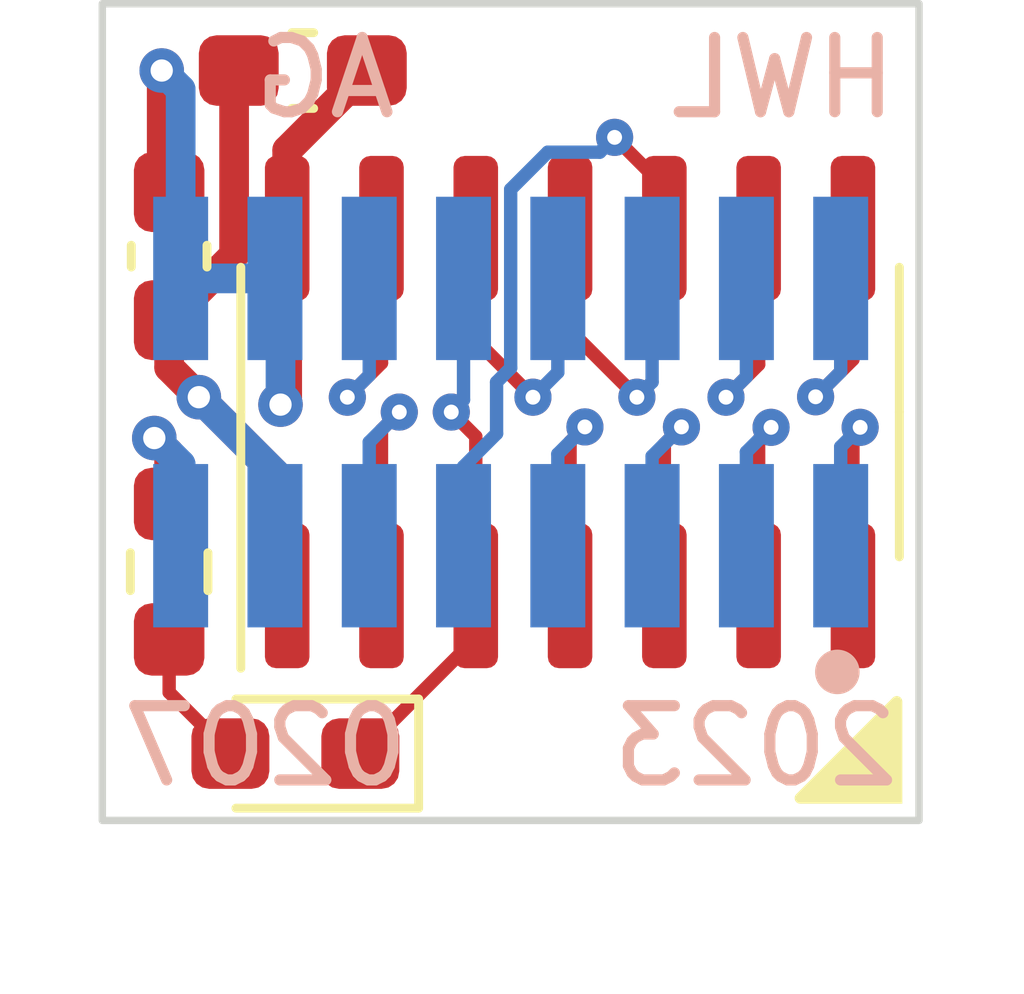
<source format=kicad_pcb>
(kicad_pcb (version 20211014) (generator pcbnew)
  (layers (0 "F.Cu" signal) (31 "B.Cu" signal) (34 "B.Paste" user) (35 "F.Paste" user) (36 "B.SilkS" user "B.Silkscreen") (37 "F.SilkS" user "F.Silkscreen") (38 "B.Mask" user) (39 "F.Mask" user) (44 "Edge.Cuts" user))
  (net 0 "")
  (net 1 "GND")
  (net 2 "+5V")
  (net 3 "/STATE")
  (net 4 "/VLED")
  (net 5 "/NRST")
  (net 6 "/CLK")
  (net 7 "Net-(D1-Pad2)")
  (net 8 "/IN7")
  (net 9 "/IN6")
  (net 10 "/IN0")
  (net 11 "/IN5")
  (net 12 "/IN1")
  (net 13 "/IN4")
  (net 14 "/IN2")
  (net 15 "/IN3")
  (net 16 "/INIT")
  (footprint "Package_SO:SOIC-14_3.9x8.7mm_P1.27mm" (layer "F.Cu") (at 156.8 96 90)
    (fp_text reference "U1" hide)
    (fp_text value "ATtiny404-SS")
    (fp_line (start 0 4.435) (end 1.95 4.435) (layer "F.SilkS") (width 0.12))
    (fp_line (start 0 4.435) (end -1.95 4.435) (layer "F.SilkS") (width 0.12))
    (fp_line (start 0 -4.435) (end 1.95 -4.435) (layer "F.SilkS") (width 0.12))
    (fp_line (start 0 -4.435) (end -3.45 -4.435) (layer "F.SilkS") (width 0.12))
    (pad "1" smd roundrect (at -2.475 -3.81 90) (size 1.95 0.6) (layers "F.Cu" "F.Paste" "F.Mask") (net 2 "+5V"))
    (pad "2" smd roundrect (at -2.475 -2.54 90) (size 1.95 0.6) (layers "F.Cu" "F.Paste" "F.Mask") (net 6 "/CLK"))
    (pad "3" smd roundrect (at -2.475 -1.27 90) (size 1.95 0.6) (layers "F.Cu" "F.Paste" "F.Mask") (net 3 "/STATE"))
    (pad "4" smd roundrect (at -2.475 0 90) (size 1.95 0.6) (layers "F.Cu" "F.Paste" "F.Mask") (net 14 "/IN2"))
    (pad "5" smd roundrect (at -2.475 1.27 90) (size 1.95 0.6) (layers "F.Cu" "F.Paste" "F.Mask") (net 12 "/IN1"))
    (pad "6" smd roundrect (at -2.475 2.54 90) (size 1.95 0.6) (layers "F.Cu" "F.Paste" "F.Mask") (net 10 "/IN0"))
    (pad "7" smd roundrect (at -2.475 3.81 90) (size 1.95 0.6) (layers "F.Cu" "F.Paste" "F.Mask") (net 8 "/IN7"))
    (pad "8" smd roundrect (at 2.475 3.81 90) (size 1.95 0.6) (layers "F.Cu" "F.Paste" "F.Mask") (net 9 "/IN6"))
    (pad "9" smd roundrect (at 2.475 2.54 90) (size 1.95 0.6) (layers "F.Cu" "F.Paste" "F.Mask") (net 11 "/IN5"))
    (pad "10" smd roundrect (at 2.475 1.27 90) (size 1.95 0.6) (layers "F.Cu" "F.Paste" "F.Mask") (net 5 "/NRST"))
    (pad "11" smd roundrect (at 2.475 0 90) (size 1.95 0.6) (layers "F.Cu" "F.Paste" "F.Mask") (net 13 "/IN4"))
    (pad "12" smd roundrect (at 2.475 -1.27 90) (size 1.95 0.6) (layers "F.Cu" "F.Paste" "F.Mask") (net 15 "/IN3"))
    (pad "13" smd roundrect (at 2.475 -2.54 90) (size 1.95 0.6) (layers "F.Cu" "F.Paste" "F.Mask") (net 16 "/INIT"))
    (pad "14" smd roundrect (at 2.475 -3.81 90) (size 1.95 0.6) (layers "F.Cu" "F.Paste" "F.Mask") (net 1 "GND"))
  )
  (footprint "agausmann:Hole_Cell" (layer "F.Cu") (at 156.1 91.5)
    (fp_text reference "H1" hide)
    (fp_text value "Pull")
    (pad "" np_thru_hole oval (at 0 0) (size 2 1.2) (drill oval 2 1.2) (layers F&B.Cu *.Mask))
  )
  (footprint "Resistor_SMD:R_0603_1608Metric_Pad0.98x0.95mm_HandSolder" (layer "F.Cu") (at 151.4 98.15 -90)
    (fp_text reference "R1" hide)
    (fp_text value "120R")
    (fp_line (start -0.254724 0.5225) (end 0.254724 0.5225) (layer "F.SilkS") (width 0.12))
    (fp_line (start -0.254724 -0.5225) (end 0.254724 -0.5225) (layer "F.SilkS") (width 0.12))
    (pad "1" smd roundrect (at -0.9125 0 270) (size 0.975 0.95) (layers "F.Cu" "F.Paste" "F.Mask") (net 4 "/VLED"))
    (pad "2" smd roundrect (at 0.9125 0 270) (size 0.975 0.95) (layers "F.Cu" "F.Paste" "F.Mask") (net 7 "Net-(D1-Pad2)"))
  )
  (footprint "agausmann:Hole_Cell" (layer "F.Cu") (at 156 100.5)
    (fp_text reference "H2" hide)
    (fp_text value "Pull")
    (pad "" np_thru_hole oval (at 0 0) (size 2 1.2) (drill oval 2 1.2) (layers F&B.Cu *.Mask))
  )
  (footprint "Capacitor_SMD:C_0603_1608Metric_Pad1.08x0.95mm_HandSolder" (layer "F.Cu") (at 151.4 93.9 90)
    (fp_text reference "C1" hide)
    (fp_text value "100nF")
    (fp_line (start -0.146267 -0.51) (end 0.146267 -0.51) (layer "F.SilkS") (width 0.12))
    (fp_line (start -0.146267 0.51) (end 0.146267 0.51) (layer "F.SilkS") (width 0.12))
    (pad "1" smd roundrect (at -0.8625 0 90) (size 1.075 0.95) (layers "F.Cu" "F.Paste" "F.Mask") (net 2 "+5V"))
    (pad "2" smd roundrect (at 0.8625 0 90) (size 1.075 0.95) (layers "F.Cu" "F.Paste" "F.Mask") (net 1 "GND"))
  )
  (footprint "LED_SMD:LED_0603_1608Metric_Pad1.05x0.95mm_HandSolder" (layer "F.Cu") (at 153.1 100.6 180)
    (fp_text reference "D1" hide)
    (fp_text value "LED")
    (fp_line (start -1.66 -0.735) (end -1.66 0.735) (layer "F.SilkS") (width 0.12))
    (fp_line (start 0.8 -0.735) (end -1.66 -0.735) (layer "F.SilkS") (width 0.12))
    (fp_line (start -1.66 0.735) (end 0.8 0.735) (layer "F.SilkS") (width 0.12))
    (pad "1" smd roundrect (at -0.875 0 180) (size 1.05 0.95) (layers "F.Cu" "F.Paste" "F.Mask") (net 3 "/STATE"))
    (pad "2" smd roundrect (at 0.875 0 180) (size 1.05 0.95) (layers "F.Cu" "F.Paste" "F.Mask") (net 7 "Net-(D1-Pad2)"))
  )
  (footprint "Capacitor_SMD:C_0603_1608Metric_Pad1.08x0.95mm_HandSolder" (layer "F.Cu") (at 153.2 91.4)
    (fp_text reference "C2" hide)
    (fp_text value "Bulk")
    (fp_line (start -0.146267 -0.51) (end 0.146267 -0.51) (layer "F.SilkS") (width 0.12))
    (fp_line (start -0.146267 0.51) (end 0.146267 0.51) (layer "F.SilkS") (width 0.12))
    (pad "1" smd roundrect (at -0.8625 0) (size 1.075 0.95) (layers "F.Cu" "F.Paste" "F.Mask") (net 2 "+5V"))
    (pad "2" smd roundrect (at 0.8625 0) (size 1.075 0.95) (layers "F.Cu" "F.Paste" "F.Mask") (net 1 "GND"))
  )
  (footprint "agausmann:XKB_X1321FVS_02x08_P1.27mm_Vertical" (layer "B.Cu") (at 156 96 180)
    (fp_text reference "J1" hide)
    (fp_text value "To Backplane")
    (pad "1" smd rect (at -4.445 -1.8 180) (size 0.74 2.2) (layers "B.Cu" "B.Paste" "B.Mask") (net 8 "/IN7"))
    (pad "2" smd rect (at -4.445 1.8 180) (size 0.74 2.2) (layers "B.Cu" "B.Paste" "B.Mask") (net 9 "/IN6"))
    (pad "3" smd rect (at -3.175 -1.8 180) (size 0.74 2.2) (layers "B.Cu" "B.Paste" "B.Mask") (net 10 "/IN0"))
    (pad "4" smd rect (at -3.175 1.8 180) (size 0.74 2.2) (layers "B.Cu" "B.Paste" "B.Mask") (net 11 "/IN5"))
    (pad "5" smd rect (at -1.905 -1.8 180) (size 0.74 2.2) (layers "B.Cu" "B.Paste" "B.Mask") (net 12 "/IN1"))
    (pad "6" smd rect (at -1.905 1.8 180) (size 0.74 2.2) (layers "B.Cu" "B.Paste" "B.Mask") (net 13 "/IN4"))
    (pad "7" smd rect (at -0.635 -1.8 180) (size 0.74 2.2) (layers "B.Cu" "B.Paste" "B.Mask") (net 14 "/IN2"))
    (pad "8" smd rect (at -0.635 1.8 180) (size 0.74 2.2) (layers "B.Cu" "B.Paste" "B.Mask") (net 15 "/IN3"))
    (pad "9" smd rect (at 0.635 -1.8 180) (size 0.74 2.2) (layers "B.Cu" "B.Paste" "B.Mask") (net 5 "/NRST"))
    (pad "10" smd rect (at 0.635 1.8 180) (size 0.74 2.2) (layers "B.Cu" "B.Paste" "B.Mask") (net 3 "/STATE"))
    (pad "11" smd rect (at 1.905 -1.8 180) (size 0.74 2.2) (layers "B.Cu" "B.Paste" "B.Mask") (net 6 "/CLK"))
    (pad "12" smd rect (at 1.905 1.8 180) (size 0.74 2.2) (layers "B.Cu" "B.Paste" "B.Mask") (net 16 "/INIT"))
    (pad "13" smd rect (at 3.175 -1.8 180) (size 0.74 2.2) (layers "B.Cu" "B.Paste" "B.Mask") (net 2 "+5V"))
    (pad "14" smd rect (at 3.175 1.8 180) (size 0.74 2.2) (layers "B.Cu" "B.Paste" "B.Mask") (net 1 "GND"))
    (pad "15" smd rect (at 4.445 -1.8 180) (size 0.74 2.2) (layers "B.Cu" "B.Paste" "B.Mask") (net 4 "/VLED"))
    (pad "16" smd rect (at 4.445 1.8 180) (size 0.74 2.2) (layers "B.Cu" "B.Paste" "B.Mask") (net 1 "GND"))
  )
  (gr_circle (center 160.4 99.5) (end 160.7 99.5) (layer "B.SilkS") (width 0) (fill solid))
  (gr_poly (pts (xy 161.2 101.2) (xy 159.9 101.2) (xy 161.2 99.9)) (layer "F.SilkS") (width 0.15) (fill solid))
  (gr_rect (start 150.5 90.5) (end 161.5 101.5) (layer "Edge.Cuts") (width 0.1) (fill none))
  (gr_text "2023" (at 159.3 100.5) (layer "B.SilkS") (effects (font (size 1 1)) (justify mirror)))
  (gr_text "0207" (at 152.7 100.5) (layer "B.SilkS") (effects (font (size 1 1)) (justify mirror)))
  (gr_text "AG" (at 153.5 91.5) (layer "B.SilkS") (effects (font (size 1 1)) (justify mirror)))
  (gr_text "HWL" (at 159.675 91.5) (layer "B.SilkS") (effects (font (size 1 1)) (justify mirror)))
  (segment (start 152.99 93.525) (end 152.99 95.81) (width 0.4) (layer "F.Cu") (net 1))
  (segment (start 151.3 91.4) (end 151.3 92.9375) (width 0.4) (layer "F.Cu") (net 1))
  (segment (start 152.99 92.4725) (end 154.0625 91.4) (width 0.4) (layer "F.Cu") (net 1))
  (segment (start 152.99 95.81) (end 152.9 95.9) (width 0.4) (layer "F.Cu") (net 1))
  (segment (start 152.99 93.525) (end 152.99 92.4725) (width 0.4) (layer "F.Cu") (net 1))
  (segment (start 151.3 92.9375) (end 151.4 93.0375) (width 0.4) (layer "F.Cu") (net 1))
  (via (at 152.9 95.9) (size 0.6) (drill 0.3) (layers "F.Cu" "B.Cu") (net 1))
  (via (at 151.3 91.4) (size 0.6) (drill 0.3) (layers "F.Cu" "B.Cu") (net 1))
  (segment (start 152.9 94.275) (end 152.825 94.2) (width 0.4) (layer "B.Cu") (net 1))
  (segment (start 152.9 95.9) (end 152.9 94.275) (width 0.4) (layer "B.Cu") (net 1))
  (segment (start 151.555 94.2) (end 151.555 91.655) (width 0.4) (layer "B.Cu") (net 1))
  (segment (start 152.825 94.2) (end 151.555 94.2) (width 0.4) (layer "B.Cu") (net 1))
  (segment (start 151.555 91.655) (end 151.3 91.4) (width 0.4) (layer "B.Cu") (net 1))
  (segment (start 151.8 95.799502) (end 151.4 95.399502) (width 0.4) (layer "F.Cu") (net 2))
  (segment (start 152.275 91.4625) (end 152.275 93.8875) (width 0.4) (layer "F.Cu") (net 2))
  (segment (start 152.3375 91.4) (end 152.275 91.4625) (width 0.4) (layer "F.Cu") (net 2))
  (segment (start 152.99 96.989502) (end 152.99 98.475) (width 0.4) (layer "F.Cu") (net 2))
  (segment (start 151.8 95.799502) (end 152.99 96.989502) (width 0.4) (layer "F.Cu") (net 2))
  (segment (start 151.4 95.399502) (end 151.4 94.7625) (width 0.4) (layer "F.Cu") (net 2))
  (segment (start 152.275 93.8875) (end 151.4 94.7625) (width 0.4) (layer "F.Cu") (net 2))
  (via (at 151.8 95.799502) (size 0.6) (drill 0.3) (layers "F.Cu" "B.Cu") (net 2))
  (segment (start 151.8 95.799502) (end 152.825 96.824502) (width 0.4) (layer "B.Cu") (net 2))
  (segment (start 152.825 96.824502) (end 152.825 97.8) (width 0.4) (layer "B.Cu") (net 2))
  (segment (start 155.53 99.045) (end 153.975 100.6) (width 0.18) (layer "F.Cu") (net 3))
  (segment (start 155.53 98.475) (end 155.53 99.045) (width 0.18) (layer "F.Cu") (net 3))
  (segment (start 155.53 96.33) (end 155.2 96) (width 0.18) (layer "F.Cu") (net 3))
  (segment (start 155.53 98.475) (end 155.53 96.33) (width 0.18) (layer "F.Cu") (net 3))
  (via (at 155.2 96) (size 0.5) (drill 0.2) (layers "F.Cu" "B.Cu") (net 3))
  (segment (start 155.365 94.2) (end 155.365 95.835) (width 0.18) (layer "B.Cu") (net 3))
  (segment (start 155.365 95.835) (end 155.2 96) (width 0.18) (layer "B.Cu") (net 3))
  (segment (start 151.4 96.55) (end 151.2 96.35) (width 0.4) (layer "F.Cu") (net 4))
  (segment (start 151.4 97.2375) (end 151.4 96.55) (width 0.4) (layer "F.Cu") (net 4))
  (via (at 151.2 96.35) (size 0.6) (drill 0.3) (layers "F.Cu" "B.Cu") (net 4))
  (segment (start 151.555 96.705) (end 151.2 96.35) (width 0.4) (layer "B.Cu") (net 4))
  (segment (start 151.555 97.8) (end 151.555 96.705) (width 0.4) (layer "B.Cu") (net 4))
  (segment (start 158.07 92.97) (end 157.4 92.3) (width 0.18) (layer "F.Cu") (net 5))
  (segment (start 158.07 93.525) (end 158.07 92.97) (width 0.18) (layer "F.Cu") (net 5))
  (via (at 157.4 92.3) (size 0.5) (drill 0.2) (layers "F.Cu" "B.Cu") (net 5))
  (segment (start 156.5 92.5) (end 157.2 92.5) (width 0.18) (layer "B.Cu") (net 5))
  (segment (start 156 93) (end 156.5 92.5) (width 0.18) (layer "B.Cu") (net 5))
  (segment (start 155.81 95.597035) (end 156 95.407035) (width 0.18) (layer "B.Cu") (net 5))
  (segment (start 155.365 96.735) (end 155.81 96.29) (width 0.18) (layer "B.Cu") (net 5))
  (segment (start 155.81 96.29) (end 155.81 95.597035) (width 0.18) (layer "B.Cu") (net 5))
  (segment (start 157.2 92.5) (end 157.4 92.3) (width 0.18) (layer "B.Cu") (net 5))
  (segment (start 155.365 97.8) (end 155.365 96.735) (width 0.18) (layer "B.Cu") (net 5))
  (segment (start 156 95.407035) (end 156 93) (width 0.18) (layer "B.Cu") (net 5))
  (segment (start 154.5 96) (end 154.26 96.24) (width 0.18) (layer "F.Cu") (net 6))
  (segment (start 154.26 96.24) (end 154.26 98.475) (width 0.18) (layer "F.Cu") (net 6))
  (via (at 154.5 96) (size 0.5) (drill 0.2) (layers "F.Cu" "B.Cu") (net 6))
  (segment (start 154.5 96) (end 154.095 96.405) (width 0.18) (layer "B.Cu") (net 6))
  (segment (start 154.095 96.405) (end 154.095 97.8) (width 0.18) (layer "B.Cu") (net 6))
  (segment (start 151.4 99.775) (end 152.225 100.6) (width 0.18) (layer "F.Cu") (net 7))
  (segment (start 151.4 99.0625) (end 151.4 99.775) (width 0.18) (layer "F.Cu") (net 7))
  (segment (start 160.61 96.302917) (end 160.61 98.475) (width 0.18) (layer "F.Cu") (net 8))
  (segment (start 160.707176 96.205741) (end 160.61 96.302917) (width 0.18) (layer "F.Cu") (net 8))
  (via (at 160.707176 96.205741) (size 0.5) (drill 0.2) (layers "F.Cu" "B.Cu") (net 8))
  (segment (start 160.707176 96.205741) (end 160.445 96.467917) (width 0.18) (layer "B.Cu") (net 8))
  (segment (start 160.445 96.467917) (end 160.445 97.8) (width 0.18) (layer "B.Cu") (net 8))
  (segment (start 160.61 95.291435) (end 160.61 93.525) (width 0.18) (layer "F.Cu") (net 9))
  (segment (start 160.107176 95.794259) (end 160.61 95.291435) (width 0.18) (layer "F.Cu") (net 9))
  (via (at 160.107176 95.794259) (size 0.5) (drill 0.2) (layers "F.Cu" "B.Cu") (net 9))
  (segment (start 160.107176 95.794259) (end 160.445 95.456435) (width 0.18) (layer "B.Cu") (net 9))
  (segment (start 160.445 95.456435) (end 160.445 94.2) (width 0.18) (layer "B.Cu") (net 9))
  (segment (start 159.507176 96.205741) (end 159.34 96.372917) (width 0.18) (layer "F.Cu") (net 10))
  (segment (start 159.34 96.372917) (end 159.34 98.475) (width 0.18) (layer "F.Cu") (net 10))
  (via (at 159.507176 96.205741) (size 0.5) (drill 0.2) (layers "F.Cu" "B.Cu") (net 10))
  (segment (start 159.507176 96.205741) (end 159.175 96.537917) (width 0.18) (layer "B.Cu") (net 10))
  (segment (start 159.175 96.537917) (end 159.175 97.8) (width 0.18) (layer "B.Cu") (net 10))
  (segment (start 158.9 95.8) (end 159.34 95.36) (width 0.18) (layer "F.Cu") (net 11))
  (segment (start 159.34 95.36) (end 159.34 93.525) (width 0.18) (layer "F.Cu") (net 11))
  (via (at 158.9 95.8) (size 0.5) (drill 0.2) (layers "F.Cu" "B.Cu") (net 11))
  (segment (start 158.9 95.8) (end 159.175 95.525) (width 0.18) (layer "B.Cu") (net 11))
  (segment (start 159.175 95.525) (end 159.175 94.2) (width 0.18) (layer "B.Cu") (net 11))
  (segment (start 158.07 96.43) (end 158.3 96.2) (width 0.18) (layer "F.Cu") (net 12))
  (segment (start 158.07 98.475) (end 158.07 96.43) (width 0.18) (layer "F.Cu") (net 12))
  (via (at 158.3 96.2) (size 0.5) (drill 0.2) (layers "F.Cu" "B.Cu") (net 12))
  (segment (start 157.905 97.8) (end 157.905 96.595) (width 0.18) (layer "B.Cu") (net 12))
  (segment (start 157.905 96.595) (end 158.3 96.2) (width 0.18) (layer "B.Cu") (net 12))
  (segment (start 157.7 95.8) (end 156.8 94.9) (width 0.18) (layer "F.Cu") (net 13))
  (segment (start 156.8 94.9) (end 156.8 93.525) (width 0.18) (layer "F.Cu") (net 13))
  (via (at 157.7 95.8) (size 0.5) (drill 0.2) (layers "F.Cu" "B.Cu") (net 13))
  (segment (start 157.905 95.595) (end 157.905 94.2) (width 0.18) (layer "B.Cu") (net 13))
  (segment (start 157.7 95.8) (end 157.905 95.595) (width 0.18) (layer "B.Cu") (net 13))
  (segment (start 156.8 98.475) (end 156.8 96.4) (width 0.18) (layer "F.Cu") (net 14))
  (segment (start 156.8 96.4) (end 157 96.2) (width 0.18) (layer "F.Cu") (net 14))
  (via (at 157 96.2) (size 0.5) (drill 0.2) (layers "F.Cu" "B.Cu") (net 14))
  (segment (start 156.635 96.565) (end 157 96.2) (width 0.18) (layer "B.Cu") (net 14))
  (segment (start 156.635 97.8) (end 156.635 96.565) (width 0.18) (layer "B.Cu") (net 14))
  (segment (start 156.3 95.8) (end 155.53 95.03) (width 0.18) (layer "F.Cu") (net 15))
  (segment (start 155.53 95.03) (end 155.53 93.525) (width 0.18) (layer "F.Cu") (net 15))
  (via (at 156.3 95.8) (size 0.5) (drill 0.2) (layers "F.Cu" "B.Cu") (net 15))
  (segment (start 156.635 95.465) (end 156.3 95.8) (width 0.18) (layer "B.Cu") (net 15))
  (segment (start 156.635 94.2) (end 156.635 95.465) (width 0.18) (layer "B.Cu") (net 15))
  (segment (start 154.26 95.34) (end 153.8 95.8) (width 0.18) (layer "F.Cu") (net 16))
  (segment (start 154.26 93.525) (end 154.26 95.34) (width 0.18) (layer "F.Cu") (net 16))
  (via (at 153.8 95.8) (size 0.5) (drill 0.2) (layers "F.Cu" "B.Cu") (net 16))
  (segment (start 154.095 94.2) (end 154.095 95.505) (width 0.18) (layer "B.Cu") (net 16))
  (segment (start 154.095 95.505) (end 153.8 95.8) (width 0.18) (layer "B.Cu") (net 16))
)
</source>
